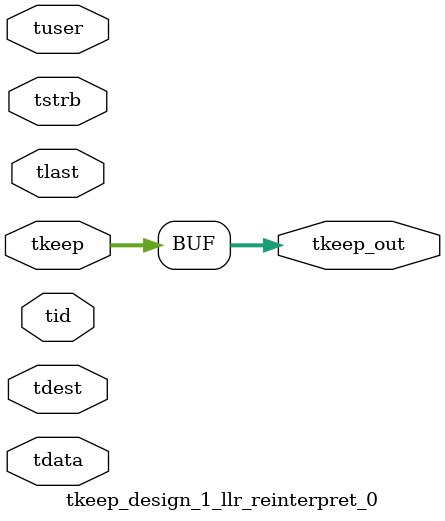
<source format=v>


`timescale 1ps/1ps

module tkeep_design_1_llr_reinterpret_0 #
(
parameter C_S_AXIS_TDATA_WIDTH = 32,
parameter C_S_AXIS_TUSER_WIDTH = 0,
parameter C_S_AXIS_TID_WIDTH   = 0,
parameter C_S_AXIS_TDEST_WIDTH = 0,
parameter C_M_AXIS_TDATA_WIDTH = 32
)
(
input  [(C_S_AXIS_TDATA_WIDTH == 0 ? 1 : C_S_AXIS_TDATA_WIDTH)-1:0     ] tdata,
input  [(C_S_AXIS_TUSER_WIDTH == 0 ? 1 : C_S_AXIS_TUSER_WIDTH)-1:0     ] tuser,
input  [(C_S_AXIS_TID_WIDTH   == 0 ? 1 : C_S_AXIS_TID_WIDTH)-1:0       ] tid,
input  [(C_S_AXIS_TDEST_WIDTH == 0 ? 1 : C_S_AXIS_TDEST_WIDTH)-1:0     ] tdest,
input  [(C_S_AXIS_TDATA_WIDTH/8)-1:0 ] tkeep,
input  [(C_S_AXIS_TDATA_WIDTH/8)-1:0 ] tstrb,
input                                                                    tlast,
output [(C_M_AXIS_TDATA_WIDTH/8)-1:0 ] tkeep_out
);

assign tkeep_out = {tkeep[31:0]};

endmodule


</source>
